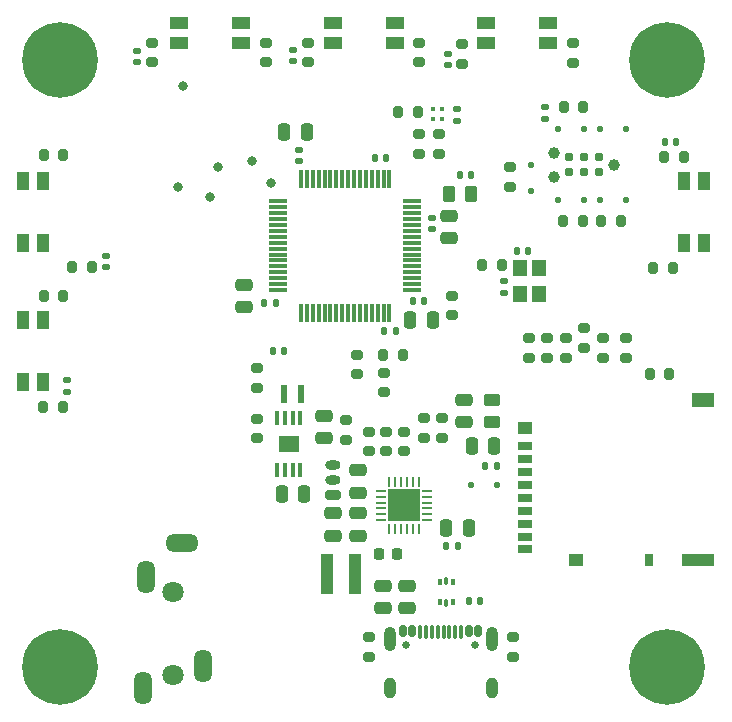
<source format=gbr>
%TF.GenerationSoftware,KiCad,Pcbnew,9.0.0*%
%TF.CreationDate,2025-03-31T19:39:25-04:00*%
%TF.ProjectId,nano405,6e616e6f-3430-4352-9e6b-696361645f70,A*%
%TF.SameCoordinates,Original*%
%TF.FileFunction,Soldermask,Top*%
%TF.FilePolarity,Negative*%
%FSLAX46Y46*%
G04 Gerber Fmt 4.6, Leading zero omitted, Abs format (unit mm)*
G04 Created by KiCad (PCBNEW 9.0.0) date 2025-03-31 19:39:25*
%MOMM*%
%LPD*%
G01*
G04 APERTURE LIST*
G04 Aperture macros list*
%AMRoundRect*
0 Rectangle with rounded corners*
0 $1 Rounding radius*
0 $2 $3 $4 $5 $6 $7 $8 $9 X,Y pos of 4 corners*
0 Add a 4 corners polygon primitive as box body*
4,1,4,$2,$3,$4,$5,$6,$7,$8,$9,$2,$3,0*
0 Add four circle primitives for the rounded corners*
1,1,$1+$1,$2,$3*
1,1,$1+$1,$4,$5*
1,1,$1+$1,$6,$7*
1,1,$1+$1,$8,$9*
0 Add four rect primitives between the rounded corners*
20,1,$1+$1,$2,$3,$4,$5,0*
20,1,$1+$1,$4,$5,$6,$7,0*
20,1,$1+$1,$6,$7,$8,$9,0*
20,1,$1+$1,$8,$9,$2,$3,0*%
G04 Aperture macros list end*
%ADD10RoundRect,0.200000X0.450000X-0.200000X0.450000X0.200000X-0.450000X0.200000X-0.450000X-0.200000X0*%
%ADD11O,1.300000X0.800000*%
%ADD12C,1.800000*%
%ADD13O,1.512000X2.820000*%
%ADD14O,2.820000X1.512000*%
%ADD15C,0.800000*%
%ADD16RoundRect,0.250000X-0.250000X-0.475000X0.250000X-0.475000X0.250000X0.475000X-0.250000X0.475000X0*%
%ADD17RoundRect,0.200000X0.200000X0.275000X-0.200000X0.275000X-0.200000X-0.275000X0.200000X-0.275000X0*%
%ADD18RoundRect,0.140000X0.170000X-0.140000X0.170000X0.140000X-0.170000X0.140000X-0.170000X-0.140000X0*%
%ADD19RoundRect,0.200000X-0.275000X0.200000X-0.275000X-0.200000X0.275000X-0.200000X0.275000X0.200000X0*%
%ADD20RoundRect,0.125000X0.125000X0.125000X-0.125000X0.125000X-0.125000X-0.125000X0.125000X-0.125000X0*%
%ADD21RoundRect,0.200000X-0.200000X-0.275000X0.200000X-0.275000X0.200000X0.275000X-0.200000X0.275000X0*%
%ADD22RoundRect,0.100000X0.100000X0.100000X-0.100000X0.100000X-0.100000X-0.100000X0.100000X-0.100000X0*%
%ADD23C,6.400000*%
%ADD24RoundRect,0.200000X0.275000X-0.200000X0.275000X0.200000X-0.275000X0.200000X-0.275000X-0.200000X0*%
%ADD25RoundRect,0.140000X0.140000X0.170000X-0.140000X0.170000X-0.140000X-0.170000X0.140000X-0.170000X0*%
%ADD26RoundRect,0.250000X-0.475000X0.250000X-0.475000X-0.250000X0.475000X-0.250000X0.475000X0.250000X0*%
%ADD27R,1.550000X1.000000*%
%ADD28C,0.990600*%
%ADD29C,0.787400*%
%ADD30RoundRect,0.140000X-0.140000X-0.170000X0.140000X-0.170000X0.140000X0.170000X-0.140000X0.170000X0*%
%ADD31RoundRect,0.140000X-0.170000X0.140000X-0.170000X-0.140000X0.170000X-0.140000X0.170000X0.140000X0*%
%ADD32RoundRect,0.093750X0.093750X-0.156250X0.093750X0.156250X-0.093750X0.156250X-0.093750X-0.156250X0*%
%ADD33RoundRect,0.075000X0.075000X-0.250000X0.075000X0.250000X-0.075000X0.250000X-0.075000X-0.250000X0*%
%ADD34RoundRect,0.250000X0.250000X0.475000X-0.250000X0.475000X-0.250000X-0.475000X0.250000X-0.475000X0*%
%ADD35C,0.650000*%
%ADD36RoundRect,0.150000X-0.150000X-0.350000X0.150000X-0.350000X0.150000X0.350000X-0.150000X0.350000X0*%
%ADD37RoundRect,0.075000X-0.075000X-0.500000X0.075000X-0.500000X0.075000X0.500000X-0.075000X0.500000X0*%
%ADD38O,1.000000X2.100000*%
%ADD39O,1.000000X1.800000*%
%ADD40RoundRect,0.250000X-0.450000X0.262500X-0.450000X-0.262500X0.450000X-0.262500X0.450000X0.262500X0*%
%ADD41RoundRect,0.125000X-0.125000X-0.125000X0.125000X-0.125000X0.125000X0.125000X-0.125000X0.125000X0*%
%ADD42R,1.000000X1.550000*%
%ADD43RoundRect,0.250000X0.262500X0.450000X-0.262500X0.450000X-0.262500X-0.450000X0.262500X-0.450000X0*%
%ADD44R,0.980000X3.400000*%
%ADD45R,1.200000X0.700000*%
%ADD46R,0.800000X1.000000*%
%ADD47R,1.200000X1.000000*%
%ADD48R,2.800000X1.000000*%
%ADD49R,1.900000X1.300000*%
%ADD50RoundRect,0.250000X0.475000X-0.250000X0.475000X0.250000X-0.475000X0.250000X-0.475000X-0.250000X0*%
%ADD51R,0.550000X1.600000*%
%ADD52RoundRect,0.062500X0.350000X0.062500X-0.350000X0.062500X-0.350000X-0.062500X0.350000X-0.062500X0*%
%ADD53RoundRect,0.062500X0.062500X0.350000X-0.062500X0.350000X-0.062500X-0.350000X0.062500X-0.350000X0*%
%ADD54R,2.700000X2.700000*%
%ADD55R,1.150000X1.400000*%
%ADD56RoundRect,0.225000X-0.225000X-0.250000X0.225000X-0.250000X0.225000X0.250000X-0.225000X0.250000X0*%
%ADD57R,0.330200X1.308100*%
%ADD58R,1.752600X1.447800*%
%ADD59RoundRect,0.075000X0.700000X0.075000X-0.700000X0.075000X-0.700000X-0.075000X0.700000X-0.075000X0*%
%ADD60RoundRect,0.075000X0.075000X0.700000X-0.075000X0.700000X-0.075000X-0.700000X0.075000X-0.700000X0*%
%ADD61RoundRect,0.125000X0.125000X-0.125000X0.125000X0.125000X-0.125000X0.125000X-0.125000X-0.125000X0*%
%ADD62RoundRect,0.147500X-0.147500X-0.172500X0.147500X-0.172500X0.147500X0.172500X-0.147500X0.172500X0*%
G04 APERTURE END LIST*
D10*
%TO.C,J5*%
X125125000Y-84400000D03*
D11*
X125125000Y-83150000D03*
X125125000Y-81900000D03*
%TD*%
D12*
%TO.C,J3*%
X111565000Y-99650000D03*
X111565000Y-92650000D03*
D13*
X109025000Y-100750000D03*
X109245000Y-91350000D03*
D14*
X112315000Y-88450000D03*
D13*
X114105000Y-98850000D03*
%TD*%
D15*
%TO.C,WCLK*%
X115375000Y-56675000D03*
%TD*%
D16*
%TO.C,C42*%
X134700000Y-87225000D03*
X136600000Y-87225000D03*
%TD*%
%TO.C,C51*%
X120750000Y-84325000D03*
X122650000Y-84325000D03*
%TD*%
D17*
%TO.C,R3*%
X132250000Y-52025000D03*
X130600000Y-52025000D03*
%TD*%
D18*
%TO.C,C37*%
X134800000Y-48000000D03*
X134800000Y-47040000D03*
%TD*%
D19*
%TO.C,R47*%
X118650000Y-77950000D03*
X118650000Y-79600000D03*
%TD*%
D17*
%TO.C,R6*%
X146295000Y-51600000D03*
X144645000Y-51600000D03*
%TD*%
D20*
%TO.C,D5*%
X149870000Y-59450000D03*
X147670000Y-59450000D03*
%TD*%
D21*
%TO.C,R8*%
X147820000Y-61250000D03*
X149470000Y-61250000D03*
%TD*%
D22*
%TO.C,D1*%
X134350000Y-52550000D03*
X133550000Y-52550000D03*
X133550000Y-51750000D03*
X134350000Y-51750000D03*
%TD*%
D17*
%TO.C,R39*%
X130980000Y-72600000D03*
X129330000Y-72600000D03*
%TD*%
D15*
%TO.C,H3*%
X151000000Y-98975000D03*
X151702944Y-97277944D03*
X151702944Y-100672056D03*
X153400000Y-96575000D03*
D23*
X153400000Y-98975000D03*
D15*
X153400000Y-101375000D03*
X155097056Y-97277944D03*
X155097056Y-100672056D03*
X155800000Y-98975000D03*
%TD*%
D24*
%TO.C,R24*%
X119400000Y-47775000D03*
X119400000Y-46125000D03*
%TD*%
D19*
%TO.C,R32*%
X136000000Y-46250000D03*
X136000000Y-47900000D03*
%TD*%
D17*
%TO.C,R29*%
X154800000Y-55800000D03*
X153150000Y-55800000D03*
%TD*%
D25*
%TO.C,C16*%
X138950000Y-81950000D03*
X137990000Y-81950000D03*
%TD*%
D19*
%TO.C,R4*%
X127125000Y-72525000D03*
X127125000Y-74175000D03*
%TD*%
D26*
%TO.C,C18*%
X136150000Y-76360000D03*
X136150000Y-78260000D03*
%TD*%
D27*
%TO.C,SW1*%
X112075000Y-44475000D03*
X117325000Y-44475000D03*
X112075000Y-46175000D03*
X117325000Y-46175000D03*
%TD*%
D18*
%TO.C,C39*%
X121725000Y-47655000D03*
X121725000Y-46695000D03*
%TD*%
D24*
%TO.C,R44*%
X131100000Y-80725000D03*
X131100000Y-79075000D03*
%TD*%
D28*
%TO.C,J1*%
X148890000Y-56435000D03*
X143810000Y-57451000D03*
X143810000Y-55419000D03*
D29*
X147620000Y-55800000D03*
X147620000Y-57070000D03*
X146350000Y-55800000D03*
X146350000Y-57070000D03*
X145080000Y-55800000D03*
X145080000Y-57070000D03*
%TD*%
D19*
%TO.C,R1*%
X134100000Y-53875000D03*
X134100000Y-55525000D03*
%TD*%
D25*
%TO.C,C4*%
X120250000Y-68125000D03*
X119290000Y-68125000D03*
%TD*%
D17*
%TO.C,R25*%
X102250000Y-55600000D03*
X100600000Y-55600000D03*
%TD*%
D19*
%TO.C,R35*%
X123000000Y-46125000D03*
X123000000Y-47775000D03*
%TD*%
D26*
%TO.C,C8*%
X134950000Y-60775000D03*
X134950000Y-62675000D03*
%TD*%
D30*
%TO.C,C36*%
X153170000Y-54550000D03*
X154130000Y-54550000D03*
%TD*%
D31*
%TO.C,C7*%
X133500000Y-60920000D03*
X133500000Y-61880000D03*
%TD*%
D24*
%TO.C,R34*%
X132350000Y-47775000D03*
X132350000Y-46125000D03*
%TD*%
D32*
%TO.C,U4*%
X134162500Y-93475000D03*
D33*
X134700000Y-93550000D03*
D32*
X135237500Y-93475000D03*
X135237500Y-91775000D03*
D33*
X134700000Y-91700000D03*
D32*
X134162500Y-91775000D03*
%TD*%
D34*
%TO.C,C1*%
X133530000Y-69620000D03*
X131630000Y-69620000D03*
%TD*%
D18*
%TO.C,C34*%
X108500000Y-47785000D03*
X108500000Y-46825000D03*
%TD*%
D35*
%TO.C,J4*%
X131310000Y-97070000D03*
X137090000Y-97070000D03*
D36*
X131000000Y-95920000D03*
X131800000Y-95920000D03*
D37*
X132950000Y-95995000D03*
X133950000Y-95995000D03*
X134450000Y-95995000D03*
X135450000Y-95995000D03*
D36*
X136600000Y-95920000D03*
X137400000Y-95920000D03*
X137400000Y-95920000D03*
X136600000Y-95920000D03*
D37*
X135950000Y-95995000D03*
X134950000Y-95995000D03*
X133450000Y-95995000D03*
X132450000Y-95995000D03*
D36*
X131800000Y-95920000D03*
X131000000Y-95920000D03*
D38*
X129880000Y-96570000D03*
D39*
X129880000Y-100750000D03*
D38*
X138520000Y-96570000D03*
D39*
X138520000Y-100750000D03*
%TD*%
D31*
%TO.C,C13*%
X143070000Y-51600000D03*
X143070000Y-52560000D03*
%TD*%
D15*
%TO.C,H4*%
X99600000Y-98975000D03*
X100302944Y-97277944D03*
X100302944Y-100672056D03*
X102000000Y-96575000D03*
D23*
X102000000Y-98975000D03*
D15*
X102000000Y-101375000D03*
X103697056Y-97277944D03*
X103697056Y-100672056D03*
X104400000Y-98975000D03*
%TD*%
D34*
%TO.C,C17*%
X138750000Y-80300000D03*
X136850000Y-80300000D03*
%TD*%
D31*
%TO.C,C11*%
X139550000Y-66320000D03*
X139550000Y-67280000D03*
%TD*%
D25*
%TO.C,C9*%
X136775000Y-57300000D03*
X135815000Y-57300000D03*
%TD*%
D31*
%TO.C,C10*%
X135625000Y-51745000D03*
X135625000Y-52705000D03*
%TD*%
D26*
%TO.C,C43*%
X127175000Y-85950000D03*
X127175000Y-87850000D03*
%TD*%
D40*
%TO.C,FB2*%
X138550000Y-76375000D03*
X138550000Y-78200000D03*
%TD*%
D30*
%TO.C,C3*%
X128640000Y-55900000D03*
X129600000Y-55900000D03*
%TD*%
D24*
%TO.C,R11*%
X147925000Y-72800000D03*
X147925000Y-71150000D03*
%TD*%
D15*
%TO.C,BCLK*%
X114650000Y-59150000D03*
%TD*%
D19*
%TO.C,R41*%
X134350000Y-77925000D03*
X134350000Y-79575000D03*
%TD*%
D24*
%TO.C,R13*%
X143250000Y-72800000D03*
X143250000Y-71150000D03*
%TD*%
D17*
%TO.C,R7*%
X146220000Y-61250000D03*
X144570000Y-61250000D03*
%TD*%
D20*
%TO.C,D2*%
X149870000Y-53400000D03*
X147670000Y-53400000D03*
%TD*%
D41*
%TO.C,D7*%
X136750000Y-83525000D03*
X138950000Y-83525000D03*
%TD*%
D24*
%TO.C,R37*%
X128100000Y-98100000D03*
X128100000Y-96450000D03*
%TD*%
%TO.C,R30*%
X145400000Y-47800000D03*
X145400000Y-46150000D03*
%TD*%
D19*
%TO.C,R27*%
X109750000Y-46125000D03*
X109750000Y-47775000D03*
%TD*%
D42*
%TO.C,SW5*%
X98875000Y-74850000D03*
X98875000Y-69600000D03*
X100575000Y-74850000D03*
X100575000Y-69600000D03*
%TD*%
D24*
%TO.C,R36*%
X140300000Y-98100000D03*
X140300000Y-96450000D03*
%TD*%
D42*
%TO.C,SW2*%
X98875000Y-63100000D03*
X98875000Y-57850000D03*
X100575000Y-63100000D03*
X100575000Y-57850000D03*
%TD*%
D24*
%TO.C,R40*%
X129400000Y-75700000D03*
X129400000Y-74050000D03*
%TD*%
%TO.C,R12*%
X144825000Y-72800000D03*
X144825000Y-71150000D03*
%TD*%
D43*
%TO.C,FB1*%
X136775000Y-58950000D03*
X134950000Y-58950000D03*
%TD*%
D41*
%TO.C,D4*%
X144170000Y-59450000D03*
X146370000Y-59450000D03*
%TD*%
D44*
%TO.C,L1*%
X126950000Y-91100000D03*
X124580000Y-91100000D03*
%TD*%
D26*
%TO.C,C52*%
X124350000Y-77725000D03*
X124350000Y-79625000D03*
%TD*%
D17*
%TO.C,R31*%
X102250000Y-67600000D03*
X100600000Y-67600000D03*
%TD*%
D24*
%TO.C,R38*%
X135150000Y-69200000D03*
X135150000Y-67550000D03*
%TD*%
D19*
%TO.C,R14*%
X141675000Y-71150000D03*
X141675000Y-72800000D03*
%TD*%
D15*
%TO.C,MCLK*%
X112000000Y-58350000D03*
%TD*%
D18*
%TO.C,C38*%
X102600000Y-75675000D03*
X102600000Y-74715000D03*
%TD*%
D15*
%TO.C,H2*%
X150975000Y-47600000D03*
X151677944Y-45902944D03*
X151677944Y-49297056D03*
X153375000Y-45200000D03*
D23*
X153375000Y-47600000D03*
D15*
X153375000Y-50000000D03*
X155072056Y-45902944D03*
X155072056Y-49297056D03*
X155775000Y-47600000D03*
%TD*%
D45*
%TO.C,J2*%
X141350000Y-80300000D03*
X141350000Y-81400000D03*
X141350000Y-82500000D03*
X141350000Y-83600000D03*
X141350000Y-84700000D03*
X141350000Y-85800000D03*
X141350000Y-86900000D03*
X141350000Y-88000000D03*
X141350000Y-88950000D03*
D46*
X151850000Y-89900000D03*
D47*
X145650000Y-89900000D03*
D48*
X156000000Y-89900000D03*
D47*
X141350000Y-78750000D03*
D49*
X156450000Y-76400000D03*
%TD*%
D19*
%TO.C,R43*%
X128100000Y-79075000D03*
X128100000Y-80725000D03*
%TD*%
D50*
%TO.C,C46*%
X131350000Y-94000000D03*
X131350000Y-92100000D03*
%TD*%
D51*
%TO.C,L2*%
X120950000Y-75850000D03*
X122400000Y-75850000D03*
%TD*%
D25*
%TO.C,C6*%
X130400000Y-70500000D03*
X129440000Y-70500000D03*
%TD*%
D30*
%TO.C,C41*%
X134695000Y-88750000D03*
X135655000Y-88750000D03*
%TD*%
D52*
%TO.C,U3*%
X133050000Y-86550000D03*
X133050000Y-86050000D03*
X133050000Y-85550000D03*
X133050000Y-85050000D03*
X133050000Y-84550000D03*
X133050000Y-84050000D03*
D53*
X132337500Y-83337500D03*
X131837500Y-83337500D03*
X131337500Y-83337500D03*
X130837500Y-83337500D03*
X130337500Y-83337500D03*
X129837500Y-83337500D03*
D52*
X129125000Y-84050000D03*
X129125000Y-84550000D03*
X129125000Y-85050000D03*
X129125000Y-85550000D03*
X129125000Y-86050000D03*
X129125000Y-86550000D03*
D53*
X129837500Y-87262500D03*
X130337500Y-87262500D03*
X130837500Y-87262500D03*
X131337500Y-87262500D03*
X131837500Y-87262500D03*
X132337500Y-87262500D03*
D54*
X131087500Y-85300000D03*
%TD*%
D24*
%TO.C,R10*%
X149875000Y-72800000D03*
X149875000Y-71150000D03*
%TD*%
D55*
%TO.C,Y1*%
X142555000Y-67430000D03*
X142555000Y-65230000D03*
X140955000Y-65230000D03*
X140955000Y-67430000D03*
%TD*%
D34*
%TO.C,C14*%
X122850000Y-53700000D03*
X120950000Y-53700000D03*
%TD*%
D15*
%TO.C,+3V3*%
X112400000Y-49775000D03*
%TD*%
D27*
%TO.C,SW6*%
X125075000Y-44475000D03*
X130325000Y-44475000D03*
X125075000Y-46175000D03*
X130325000Y-46175000D03*
%TD*%
D56*
%TO.C,C45*%
X128950000Y-89425000D03*
X130500000Y-89425000D03*
%TD*%
D25*
%TO.C,C5*%
X132800000Y-68000000D03*
X131840000Y-68000000D03*
%TD*%
D42*
%TO.C,SW3*%
X156500000Y-57850000D03*
X156500000Y-63100000D03*
X154800000Y-57850000D03*
X154800000Y-63100000D03*
%TD*%
D15*
%TO.C,SDA2*%
X118225000Y-56125000D03*
%TD*%
D19*
%TO.C,R2*%
X132350000Y-53850000D03*
X132350000Y-55500000D03*
%TD*%
D26*
%TO.C,C48*%
X129300000Y-92100000D03*
X129300000Y-94000000D03*
%TD*%
D19*
%TO.C,R42*%
X132825000Y-77925000D03*
X132825000Y-79575000D03*
%TD*%
D21*
%TO.C,R5*%
X137750000Y-64980000D03*
X139400000Y-64980000D03*
%TD*%
D19*
%TO.C,R46*%
X126225000Y-78100000D03*
X126225000Y-79750000D03*
%TD*%
D21*
%TO.C,R28*%
X103000000Y-65125000D03*
X104650000Y-65125000D03*
%TD*%
D24*
%TO.C,R45*%
X129600000Y-80725000D03*
X129600000Y-79075000D03*
%TD*%
D41*
%TO.C,D3*%
X144170000Y-53400000D03*
X146370000Y-53400000D03*
%TD*%
D57*
%TO.C,U6*%
X122324999Y-77900000D03*
X121675001Y-77900000D03*
X121024999Y-77900000D03*
X120375001Y-77900000D03*
X120375001Y-82306900D03*
X121024999Y-82306900D03*
X121675001Y-82306900D03*
X122324999Y-82306900D03*
D58*
X121350000Y-80103450D03*
%TD*%
D18*
%TO.C,C2*%
X122200000Y-56160000D03*
X122200000Y-55200000D03*
%TD*%
D59*
%TO.C,U1*%
X131800000Y-67050000D03*
X131800000Y-66550000D03*
X131800000Y-66050000D03*
X131800000Y-65550000D03*
X131800000Y-65050000D03*
X131800000Y-64550000D03*
X131800000Y-64050000D03*
X131800000Y-63550000D03*
X131800000Y-63050000D03*
X131800000Y-62550000D03*
X131800000Y-62050000D03*
X131800000Y-61550000D03*
X131800000Y-61050000D03*
X131800000Y-60550000D03*
X131800000Y-60050000D03*
X131800000Y-59550000D03*
D60*
X129875000Y-57625000D03*
X129375000Y-57625000D03*
X128875000Y-57625000D03*
X128375000Y-57625000D03*
X127875000Y-57625000D03*
X127375000Y-57625000D03*
X126875000Y-57625000D03*
X126375000Y-57625000D03*
X125875000Y-57625000D03*
X125375000Y-57625000D03*
X124875000Y-57625000D03*
X124375000Y-57625000D03*
X123875000Y-57625000D03*
X123375000Y-57625000D03*
X122875000Y-57625000D03*
X122375000Y-57625000D03*
D59*
X120450000Y-59550000D03*
X120450000Y-60050000D03*
X120450000Y-60550000D03*
X120450000Y-61050000D03*
X120450000Y-61550000D03*
X120450000Y-62050000D03*
X120450000Y-62550000D03*
X120450000Y-63050000D03*
X120450000Y-63550000D03*
X120450000Y-64050000D03*
X120450000Y-64550000D03*
X120450000Y-65050000D03*
X120450000Y-65550000D03*
X120450000Y-66050000D03*
X120450000Y-66550000D03*
X120450000Y-67050000D03*
D60*
X122375000Y-68975000D03*
X122875000Y-68975000D03*
X123375000Y-68975000D03*
X123875000Y-68975000D03*
X124375000Y-68975000D03*
X124875000Y-68975000D03*
X125375000Y-68975000D03*
X125875000Y-68975000D03*
X126375000Y-68975000D03*
X126875000Y-68975000D03*
X127375000Y-68975000D03*
X127875000Y-68975000D03*
X128375000Y-68975000D03*
X128875000Y-68975000D03*
X129375000Y-68975000D03*
X129875000Y-68975000D03*
%TD*%
D18*
%TO.C,C35*%
X105850000Y-65125000D03*
X105850000Y-64165000D03*
%TD*%
D15*
%TO.C,SCL2*%
X119850000Y-58025000D03*
%TD*%
D21*
%TO.C,R26*%
X152225000Y-65150000D03*
X153875000Y-65150000D03*
%TD*%
%TO.C,R16*%
X151900000Y-74150000D03*
X153550000Y-74150000D03*
%TD*%
D50*
%TO.C,C47*%
X127175000Y-84200000D03*
X127175000Y-82300000D03*
%TD*%
D26*
%TO.C,C15*%
X117525000Y-66600000D03*
X117525000Y-68500000D03*
%TD*%
D61*
%TO.C,D6*%
X141820000Y-58700000D03*
X141820000Y-56500000D03*
%TD*%
D15*
%TO.C,H1*%
X99599175Y-47599175D03*
X100302119Y-45902119D03*
X100302119Y-49296231D03*
X101999175Y-45199175D03*
D23*
X101999175Y-47599175D03*
D15*
X101999175Y-49999175D03*
X103696231Y-45902119D03*
X103696231Y-49296231D03*
X104399175Y-47599175D03*
%TD*%
D27*
%TO.C,SW4*%
X138075000Y-44475000D03*
X143325000Y-44475000D03*
X138075000Y-46175000D03*
X143325000Y-46175000D03*
%TD*%
D30*
%TO.C,C40*%
X136600000Y-93425000D03*
X137560000Y-93425000D03*
%TD*%
D21*
%TO.C,R33*%
X100575000Y-76975000D03*
X102225000Y-76975000D03*
%TD*%
D30*
%TO.C,C12*%
X140650000Y-63730000D03*
X141610000Y-63730000D03*
%TD*%
D19*
%TO.C,R9*%
X140070000Y-56650000D03*
X140070000Y-58300000D03*
%TD*%
D26*
%TO.C,C44*%
X125125000Y-85950000D03*
X125125000Y-87850000D03*
%TD*%
D24*
%TO.C,R15*%
X146350000Y-70300000D03*
X146350000Y-71950000D03*
%TD*%
D62*
%TO.C,D8*%
X120015000Y-72250000D03*
X120985000Y-72250000D03*
%TD*%
D19*
%TO.C,R48*%
X118650000Y-75350000D03*
X118650000Y-73700000D03*
%TD*%
M02*

</source>
